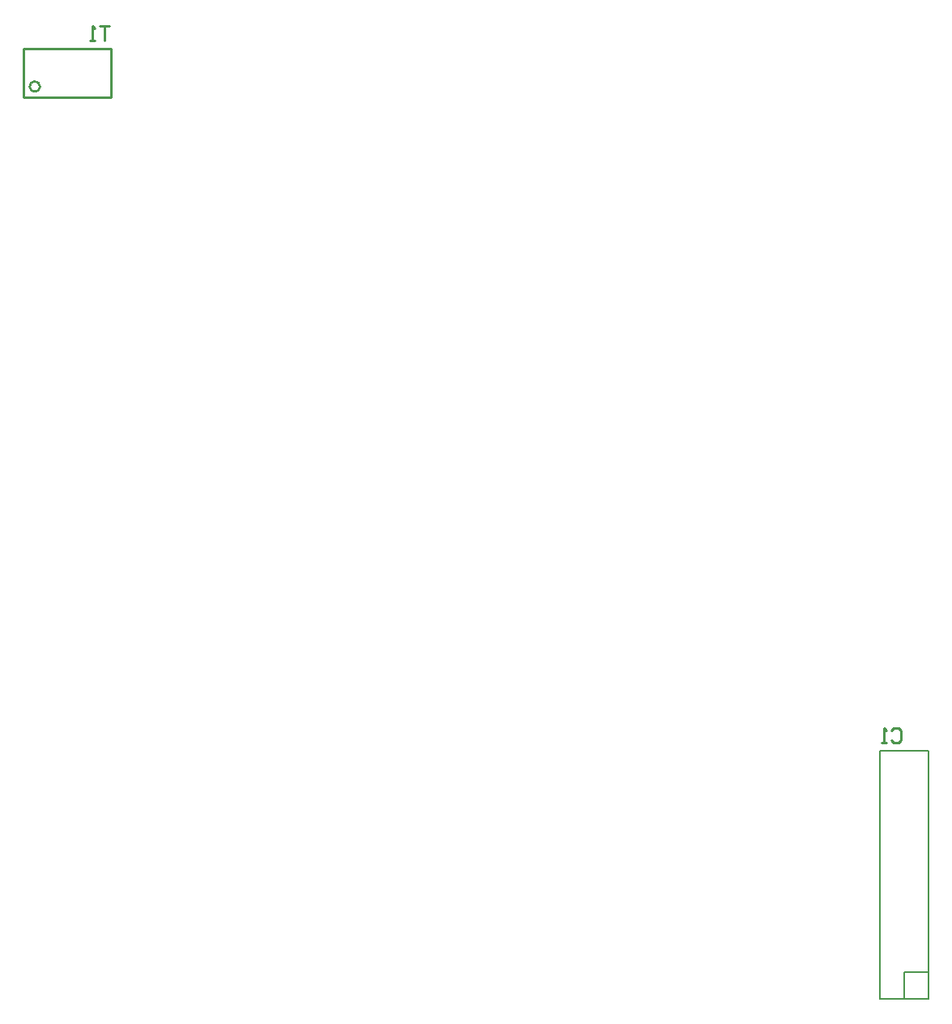
<source format=gbo>
G04*
G04 #@! TF.GenerationSoftware,Altium Limited,Altium Designer,20.2.5 (213)*
G04*
G04 Layer_Color=32896*
%FSTAX24Y24*%
%MOIN*%
G70*
G04*
G04 #@! TF.SameCoordinates,E6115DE1-F2E3-4B59-8193-A89D5BA3A6A3*
G04*
G04*
G04 #@! TF.FilePolarity,Positive*
G04*
G01*
G75*
%ADD13C,0.0100*%
%ADD14C,0.0079*%
D13*
X024802Y0513D02*
G03*
X024802Y0513I-000212J0D01*
G01*
X02414Y05285D02*
X02771D01*
Y05085D02*
Y05285D01*
X02414Y05085D02*
X02771D01*
X02414D02*
Y05285D01*
X05981Y02484D02*
X05991Y02494D01*
X06011D01*
X06021Y02484D01*
Y02444D01*
X06011Y02434D01*
X05991D01*
X05981Y02444D01*
X05961Y02434D02*
X05941D01*
X05951D01*
Y02494D01*
X05961Y02484D01*
X02766Y0538D02*
X02726D01*
X02746D01*
Y0532D01*
X02706D02*
X02686D01*
X02696D01*
Y0538D01*
X02706Y0537D01*
D14*
X06035Y0149D02*
X06135D01*
X06035Y013802D02*
Y0149D01*
X06135Y013802D02*
Y023998D01*
X05935D02*
X06135D01*
X05935Y013802D02*
Y023998D01*
Y013802D02*
X06135D01*
M02*

</source>
